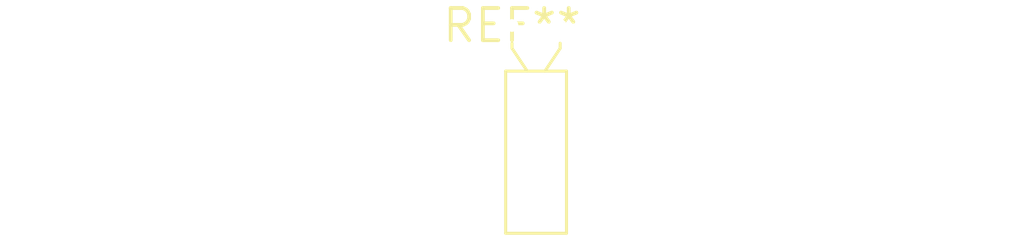
<source format=kicad_pcb>
(kicad_pcb (version 20240108) (generator pcbnew)
  (layers (0 "F.Cu" signal) (31 "B.Cu" signal) (34 "B.Paste" user) (35 "F.Paste" user) (36 "B.SilkS" user "B.Silkscreen") (37 "F.SilkS" user "F.Silkscreen") (38 "B.Mask" user) (39 "F.Mask" user) (44 "Edge.Cuts" user))
  (net 0 "")
  (footprint "Crystal_DS26_D2.0mm_L6.0mm_Horizontal" (layer "F.Cu") (at 0 0)
    (property "Reference" "REF**")
    (property "Value" "Crystal_DS26_D2.0mm_L6.0mm_Horizontal")
    (fp_line (start -0.25 1.8) (end -0.25 8.2) (layer "F.SilkS") (stroke (width 0.12)))
    (fp_line (start -0.25 8.2) (end 2.15 8.2) (layer "F.SilkS") (stroke (width 0.12)))
    (fp_line (start 0 0.9) (end 0 0.7) (layer "F.SilkS") (stroke (width 0.12)))
    (fp_line (start 0.6 1.8) (end 0 0.9) (layer "F.SilkS") (stroke (width 0.12)))
    (fp_line (start 1.3 1.8) (end 1.9 0.9) (layer "F.SilkS") (stroke (width 0.12)))
    (fp_line (start 1.9 0.9) (end 1.9 0.7) (layer "F.SilkS") (stroke (width 0.12)))
    (fp_line (start 2.15 1.8) (end -0.25 1.8) (layer "F.SilkS") (stroke (width 0.12)))
    (fp_line (start 2.15 8.2) (end 2.15 1.8) (layer "F.SilkS") (stroke (width 0.12)))
    (pad "1" thru_hole circle (at 0 0) (size 1 1) (drill 0.5) (layers *.Cu *.Mask) (remove_unused_layers))
    (pad "2" thru_hole circle (at 1.9 0) (size 1 1) (drill 0.5) (layers *.Cu *.Mask) (remove_unused_layers))
  )
)
</source>
